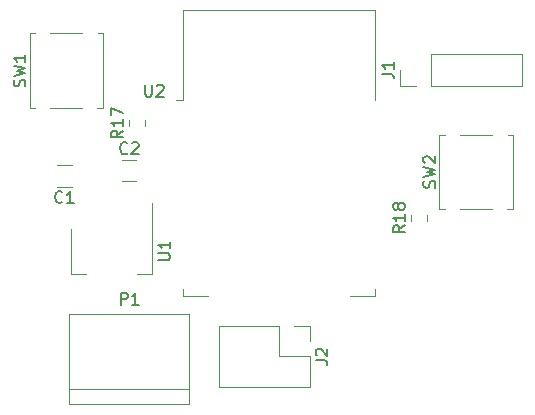
<source format=gto>
G04 #@! TF.GenerationSoftware,KiCad,Pcbnew,5.0.2-bee76a0~70~ubuntu18.04.1*
G04 #@! TF.CreationDate,2018-12-21T13:57:40+01:00*
G04 #@! TF.ProjectId,8FilPilotes,3846696c-5069-46c6-9f74-65732e6b6963,rev?*
G04 #@! TF.SameCoordinates,Original*
G04 #@! TF.FileFunction,Legend,Top*
G04 #@! TF.FilePolarity,Positive*
%FSLAX46Y46*%
G04 Gerber Fmt 4.6, Leading zero omitted, Abs format (unit mm)*
G04 Created by KiCad (PCBNEW 5.0.2-bee76a0~70~ubuntu18.04.1) date ven. 21 déc. 2018 13:57:40 CET*
%MOMM*%
%LPD*%
G01*
G04 APERTURE LIST*
%ADD10C,0.120000*%
%ADD11C,0.150000*%
G04 APERTURE END LIST*
D10*
G04 #@! TO.C,C1*
X144954303Y-91527726D02*
X143750175Y-91527726D01*
X144954303Y-93347726D02*
X143750175Y-93347726D01*
G04 #@! TO.C,C2*
X149250175Y-91027726D02*
X150454303Y-91027726D01*
X149250175Y-92847726D02*
X150454303Y-92847726D01*
G04 #@! TO.C,J1*
X183067000Y-84769000D02*
X183067000Y-82109000D01*
X175387000Y-84769000D02*
X183067000Y-84769000D01*
X175387000Y-82109000D02*
X183067000Y-82109000D01*
X175387000Y-84769000D02*
X175387000Y-82109000D01*
X174117000Y-84769000D02*
X172787000Y-84769000D01*
X172787000Y-84769000D02*
X172787000Y-83439000D01*
G04 #@! TO.C,J2*
X157420000Y-105096000D02*
X157420000Y-110296000D01*
X162560000Y-105096000D02*
X157420000Y-105096000D01*
X165160000Y-110296000D02*
X157420000Y-110296000D01*
X162560000Y-105096000D02*
X162560000Y-107696000D01*
X162560000Y-107696000D02*
X165160000Y-107696000D01*
X165160000Y-107696000D02*
X165160000Y-110296000D01*
X163830000Y-105096000D02*
X165160000Y-105096000D01*
X165160000Y-105096000D02*
X165160000Y-106426000D01*
G04 #@! TO.C,P1*
X154940000Y-110490000D02*
X144780000Y-110490000D01*
X154940000Y-111760000D02*
X154940000Y-104140000D01*
X154940000Y-104140000D02*
X144780000Y-104140000D01*
X144780000Y-104140000D02*
X144780000Y-111760000D01*
X144780000Y-111760000D02*
X154940000Y-111760000D01*
G04 #@! TO.C,R17*
X149790000Y-88196078D02*
X149790000Y-87678922D01*
X151210000Y-88196078D02*
X151210000Y-87678922D01*
G04 #@! TO.C,R18*
X175081000Y-96222078D02*
X175081000Y-95704922D01*
X173661000Y-96222078D02*
X173661000Y-95704922D01*
G04 #@! TO.C,SW1*
X141850000Y-86650000D02*
X141400000Y-86650000D01*
X141400000Y-80350000D02*
X141850000Y-80350000D01*
X141400000Y-86650000D02*
X141400000Y-80350000D01*
X143150000Y-80350000D02*
X145850000Y-80350000D01*
X145850000Y-86650000D02*
X143150000Y-86650000D01*
X147600000Y-80350000D02*
X147200000Y-80350000D01*
X147600000Y-86650000D02*
X147600000Y-80350000D01*
X147150000Y-86650000D02*
X147600000Y-86650000D01*
G04 #@! TO.C,SW2*
X181847000Y-95225000D02*
X182297000Y-95225000D01*
X182297000Y-95225000D02*
X182297000Y-88925000D01*
X182297000Y-88925000D02*
X181897000Y-88925000D01*
X180547000Y-95225000D02*
X177847000Y-95225000D01*
X177847000Y-88925000D02*
X180547000Y-88925000D01*
X176097000Y-95225000D02*
X176097000Y-88925000D01*
X176097000Y-88925000D02*
X176547000Y-88925000D01*
X176547000Y-95225000D02*
X176097000Y-95225000D01*
G04 #@! TO.C,U1*
X144929739Y-100697726D02*
X146189739Y-100697726D01*
X151749739Y-100697726D02*
X150489739Y-100697726D01*
X144929739Y-96937726D02*
X144929739Y-100697726D01*
X151749739Y-94687726D02*
X151749739Y-100697726D01*
G04 #@! TO.C,U2*
X154380000Y-78380000D02*
X170620000Y-78380000D01*
X170620000Y-78380000D02*
X170620000Y-86000000D01*
X170620000Y-102000000D02*
X170620000Y-102620000D01*
X170620000Y-102620000D02*
X168500000Y-102620000D01*
X156500000Y-102620000D02*
X154380000Y-102620000D01*
X154380000Y-102620000D02*
X154380000Y-102000000D01*
X154380000Y-86000000D02*
X154380000Y-78380000D01*
X154380000Y-86000000D02*
X153770000Y-86000000D01*
G04 #@! TO.C,C1*
D11*
X144185572Y-94614868D02*
X144137953Y-94662487D01*
X143995096Y-94710106D01*
X143899858Y-94710106D01*
X143757000Y-94662487D01*
X143661762Y-94567249D01*
X143614143Y-94472011D01*
X143566524Y-94281535D01*
X143566524Y-94138678D01*
X143614143Y-93948202D01*
X143661762Y-93852964D01*
X143757000Y-93757726D01*
X143899858Y-93710106D01*
X143995096Y-93710106D01*
X144137953Y-93757726D01*
X144185572Y-93805345D01*
X145137953Y-94710106D02*
X144566524Y-94710106D01*
X144852239Y-94710106D02*
X144852239Y-93710106D01*
X144757000Y-93852964D01*
X144661762Y-93948202D01*
X144566524Y-93995821D01*
G04 #@! TO.C,C2*
X149685572Y-90474868D02*
X149637953Y-90522487D01*
X149495096Y-90570106D01*
X149399858Y-90570106D01*
X149257000Y-90522487D01*
X149161762Y-90427249D01*
X149114143Y-90332011D01*
X149066524Y-90141535D01*
X149066524Y-89998678D01*
X149114143Y-89808202D01*
X149161762Y-89712964D01*
X149257000Y-89617726D01*
X149399858Y-89570106D01*
X149495096Y-89570106D01*
X149637953Y-89617726D01*
X149685572Y-89665345D01*
X150066524Y-89665345D02*
X150114143Y-89617726D01*
X150209381Y-89570106D01*
X150447477Y-89570106D01*
X150542715Y-89617726D01*
X150590334Y-89665345D01*
X150637953Y-89760583D01*
X150637953Y-89855821D01*
X150590334Y-89998678D01*
X150018905Y-90570106D01*
X150637953Y-90570106D01*
G04 #@! TO.C,J1*
X171239380Y-83772333D02*
X171953666Y-83772333D01*
X172096523Y-83819952D01*
X172191761Y-83915190D01*
X172239380Y-84058047D01*
X172239380Y-84153285D01*
X172239380Y-82772333D02*
X172239380Y-83343761D01*
X172239380Y-83058047D02*
X171239380Y-83058047D01*
X171382238Y-83153285D01*
X171477476Y-83248523D01*
X171525095Y-83343761D01*
G04 #@! TO.C,J2*
X165612380Y-108029333D02*
X166326666Y-108029333D01*
X166469523Y-108076952D01*
X166564761Y-108172190D01*
X166612380Y-108315047D01*
X166612380Y-108410285D01*
X165707619Y-107600761D02*
X165660000Y-107553142D01*
X165612380Y-107457904D01*
X165612380Y-107219809D01*
X165660000Y-107124571D01*
X165707619Y-107076952D01*
X165802857Y-107029333D01*
X165898095Y-107029333D01*
X166040952Y-107076952D01*
X166612380Y-107648380D01*
X166612380Y-107029333D01*
G04 #@! TO.C,P1*
X149121904Y-103322380D02*
X149121904Y-102322380D01*
X149502857Y-102322380D01*
X149598095Y-102370000D01*
X149645714Y-102417619D01*
X149693333Y-102512857D01*
X149693333Y-102655714D01*
X149645714Y-102750952D01*
X149598095Y-102798571D01*
X149502857Y-102846190D01*
X149121904Y-102846190D01*
X150645714Y-103322380D02*
X150074285Y-103322380D01*
X150360000Y-103322380D02*
X150360000Y-102322380D01*
X150264761Y-102465238D01*
X150169523Y-102560476D01*
X150074285Y-102608095D01*
G04 #@! TO.C,R17*
X149302380Y-88580357D02*
X148826190Y-88913690D01*
X149302380Y-89151785D02*
X148302380Y-89151785D01*
X148302380Y-88770833D01*
X148350000Y-88675595D01*
X148397619Y-88627976D01*
X148492857Y-88580357D01*
X148635714Y-88580357D01*
X148730952Y-88627976D01*
X148778571Y-88675595D01*
X148826190Y-88770833D01*
X148826190Y-89151785D01*
X149302380Y-87627976D02*
X149302380Y-88199404D01*
X149302380Y-87913690D02*
X148302380Y-87913690D01*
X148445238Y-88008928D01*
X148540476Y-88104166D01*
X148588095Y-88199404D01*
X148302380Y-87294642D02*
X148302380Y-86627976D01*
X149302380Y-87056547D01*
G04 #@! TO.C,R18*
X173173380Y-96606357D02*
X172697190Y-96939690D01*
X173173380Y-97177785D02*
X172173380Y-97177785D01*
X172173380Y-96796833D01*
X172221000Y-96701595D01*
X172268619Y-96653976D01*
X172363857Y-96606357D01*
X172506714Y-96606357D01*
X172601952Y-96653976D01*
X172649571Y-96701595D01*
X172697190Y-96796833D01*
X172697190Y-97177785D01*
X173173380Y-95653976D02*
X173173380Y-96225404D01*
X173173380Y-95939690D02*
X172173380Y-95939690D01*
X172316238Y-96034928D01*
X172411476Y-96130166D01*
X172459095Y-96225404D01*
X172601952Y-95082547D02*
X172554333Y-95177785D01*
X172506714Y-95225404D01*
X172411476Y-95273023D01*
X172363857Y-95273023D01*
X172268619Y-95225404D01*
X172221000Y-95177785D01*
X172173380Y-95082547D01*
X172173380Y-94892071D01*
X172221000Y-94796833D01*
X172268619Y-94749214D01*
X172363857Y-94701595D01*
X172411476Y-94701595D01*
X172506714Y-94749214D01*
X172554333Y-94796833D01*
X172601952Y-94892071D01*
X172601952Y-95082547D01*
X172649571Y-95177785D01*
X172697190Y-95225404D01*
X172792428Y-95273023D01*
X172982904Y-95273023D01*
X173078142Y-95225404D01*
X173125761Y-95177785D01*
X173173380Y-95082547D01*
X173173380Y-94892071D01*
X173125761Y-94796833D01*
X173078142Y-94749214D01*
X172982904Y-94701595D01*
X172792428Y-94701595D01*
X172697190Y-94749214D01*
X172649571Y-94796833D01*
X172601952Y-94892071D01*
G04 #@! TO.C,SW1*
X141004761Y-84833333D02*
X141052380Y-84690476D01*
X141052380Y-84452380D01*
X141004761Y-84357142D01*
X140957142Y-84309523D01*
X140861904Y-84261904D01*
X140766666Y-84261904D01*
X140671428Y-84309523D01*
X140623809Y-84357142D01*
X140576190Y-84452380D01*
X140528571Y-84642857D01*
X140480952Y-84738095D01*
X140433333Y-84785714D01*
X140338095Y-84833333D01*
X140242857Y-84833333D01*
X140147619Y-84785714D01*
X140100000Y-84738095D01*
X140052380Y-84642857D01*
X140052380Y-84404761D01*
X140100000Y-84261904D01*
X140052380Y-83928571D02*
X141052380Y-83690476D01*
X140338095Y-83500000D01*
X141052380Y-83309523D01*
X140052380Y-83071428D01*
X141052380Y-82166666D02*
X141052380Y-82738095D01*
X141052380Y-82452380D02*
X140052380Y-82452380D01*
X140195238Y-82547619D01*
X140290476Y-82642857D01*
X140338095Y-82738095D01*
G04 #@! TO.C,SW2*
X175701761Y-93408333D02*
X175749380Y-93265476D01*
X175749380Y-93027380D01*
X175701761Y-92932142D01*
X175654142Y-92884523D01*
X175558904Y-92836904D01*
X175463666Y-92836904D01*
X175368428Y-92884523D01*
X175320809Y-92932142D01*
X175273190Y-93027380D01*
X175225571Y-93217857D01*
X175177952Y-93313095D01*
X175130333Y-93360714D01*
X175035095Y-93408333D01*
X174939857Y-93408333D01*
X174844619Y-93360714D01*
X174797000Y-93313095D01*
X174749380Y-93217857D01*
X174749380Y-92979761D01*
X174797000Y-92836904D01*
X174749380Y-92503571D02*
X175749380Y-92265476D01*
X175035095Y-92075000D01*
X175749380Y-91884523D01*
X174749380Y-91646428D01*
X174844619Y-91313095D02*
X174797000Y-91265476D01*
X174749380Y-91170238D01*
X174749380Y-90932142D01*
X174797000Y-90836904D01*
X174844619Y-90789285D01*
X174939857Y-90741666D01*
X175035095Y-90741666D01*
X175177952Y-90789285D01*
X175749380Y-91360714D01*
X175749380Y-90741666D01*
G04 #@! TO.C,U1*
X152292119Y-99549630D02*
X153101643Y-99549630D01*
X153196881Y-99502011D01*
X153244500Y-99454392D01*
X153292119Y-99359154D01*
X153292119Y-99168678D01*
X153244500Y-99073440D01*
X153196881Y-99025821D01*
X153101643Y-98978202D01*
X152292119Y-98978202D01*
X153292119Y-97978202D02*
X153292119Y-98549630D01*
X153292119Y-98263916D02*
X152292119Y-98263916D01*
X152434977Y-98359154D01*
X152530215Y-98454392D01*
X152577834Y-98549630D01*
G04 #@! TO.C,U2*
X151178095Y-84692380D02*
X151178095Y-85501904D01*
X151225714Y-85597142D01*
X151273333Y-85644761D01*
X151368571Y-85692380D01*
X151559047Y-85692380D01*
X151654285Y-85644761D01*
X151701904Y-85597142D01*
X151749523Y-85501904D01*
X151749523Y-84692380D01*
X152178095Y-84787619D02*
X152225714Y-84740000D01*
X152320952Y-84692380D01*
X152559047Y-84692380D01*
X152654285Y-84740000D01*
X152701904Y-84787619D01*
X152749523Y-84882857D01*
X152749523Y-84978095D01*
X152701904Y-85120952D01*
X152130476Y-85692380D01*
X152749523Y-85692380D01*
G04 #@! TD*
M02*

</source>
